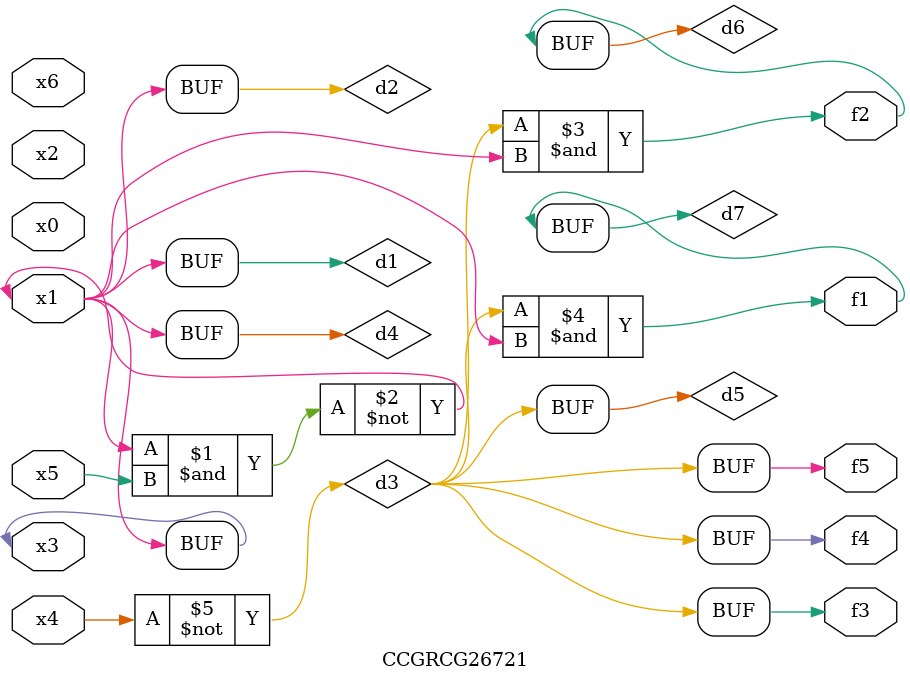
<source format=v>
module CCGRCG26721(
	input x0, x1, x2, x3, x4, x5, x6,
	output f1, f2, f3, f4, f5
);

	wire d1, d2, d3, d4, d5, d6, d7;

	buf (d1, x1, x3);
	nand (d2, x1, x5);
	not (d3, x4);
	buf (d4, d1, d2);
	buf (d5, d3);
	and (d6, d3, d4);
	and (d7, d3, d4);
	assign f1 = d7;
	assign f2 = d6;
	assign f3 = d5;
	assign f4 = d5;
	assign f5 = d5;
endmodule

</source>
